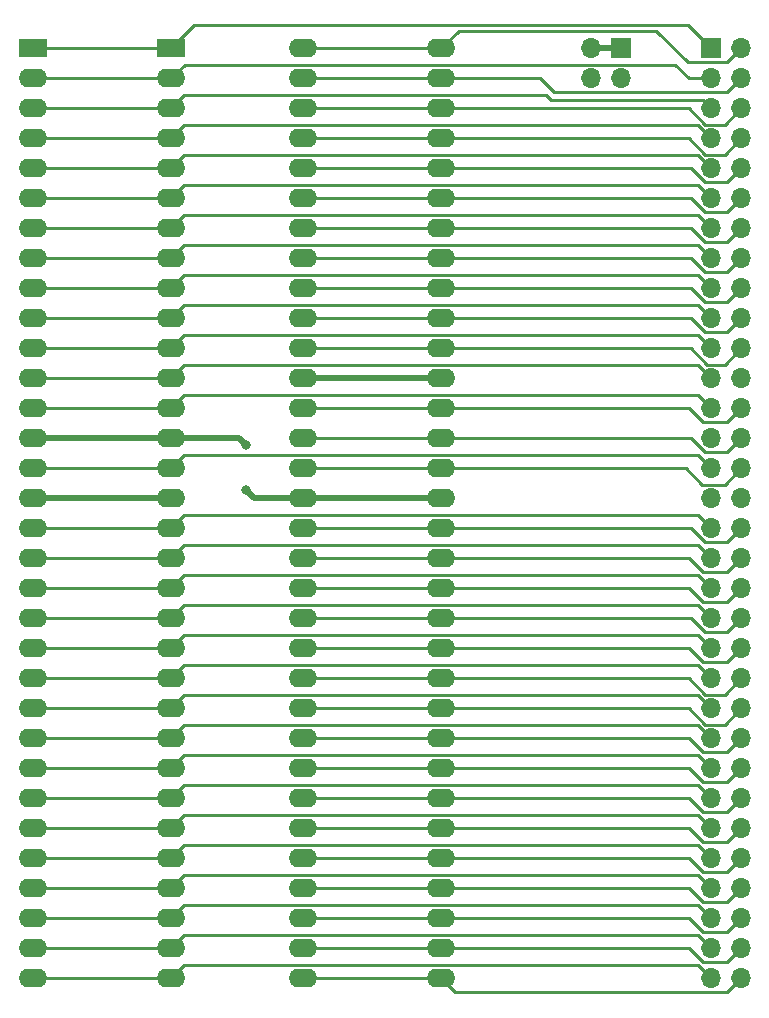
<source format=gbr>
%TF.GenerationSoftware,KiCad,Pcbnew,(5.1.10-1-10_14)*%
%TF.CreationDate,2022-07-08T21:32:07+01:00*%
%TF.ProjectId,68k_debug,36386b5f-6465-4627-9567-2e6b69636164,rev?*%
%TF.SameCoordinates,Original*%
%TF.FileFunction,Copper,L1,Top*%
%TF.FilePolarity,Positive*%
%FSLAX46Y46*%
G04 Gerber Fmt 4.6, Leading zero omitted, Abs format (unit mm)*
G04 Created by KiCad (PCBNEW (5.1.10-1-10_14)) date 2022-07-08 21:32:07*
%MOMM*%
%LPD*%
G01*
G04 APERTURE LIST*
%TA.AperFunction,ComponentPad*%
%ADD10O,1.700000X1.700000*%
%TD*%
%TA.AperFunction,ComponentPad*%
%ADD11R,1.700000X1.700000*%
%TD*%
%TA.AperFunction,ComponentPad*%
%ADD12O,2.400000X1.600000*%
%TD*%
%TA.AperFunction,ComponentPad*%
%ADD13R,2.400000X1.600000*%
%TD*%
%TA.AperFunction,ViaPad*%
%ADD14C,0.800000*%
%TD*%
%TA.AperFunction,Conductor*%
%ADD15C,0.250000*%
%TD*%
%TA.AperFunction,Conductor*%
%ADD16C,0.500000*%
%TD*%
G04 APERTURE END LIST*
D10*
%TO.P,J1,64*%
%TO.N,/A5*%
X139700000Y-137840000D03*
%TO.P,J1,63*%
%TO.N,/A4*%
X137160000Y-137840000D03*
%TO.P,J1,62*%
%TO.N,/A6*%
X139700000Y-135300000D03*
%TO.P,J1,61*%
%TO.N,/A3*%
X137160000Y-135300000D03*
%TO.P,J1,60*%
%TO.N,/A7*%
X139700000Y-132760000D03*
%TO.P,J1,59*%
%TO.N,/A2*%
X137160000Y-132760000D03*
%TO.P,J1,58*%
%TO.N,/A8*%
X139700000Y-130220000D03*
%TO.P,J1,57*%
%TO.N,/A1*%
X137160000Y-130220000D03*
%TO.P,J1,56*%
%TO.N,/A9*%
X139700000Y-127680000D03*
%TO.P,J1,55*%
%TO.N,/FC0*%
X137160000Y-127680000D03*
%TO.P,J1,54*%
%TO.N,/A10*%
X139700000Y-125140000D03*
%TO.P,J1,53*%
%TO.N,/FC1*%
X137160000Y-125140000D03*
%TO.P,J1,52*%
%TO.N,/A11*%
X139700000Y-122600000D03*
%TO.P,J1,51*%
%TO.N,/FC2*%
X137160000Y-122600000D03*
%TO.P,J1,50*%
%TO.N,/A12*%
X139700000Y-120060000D03*
%TO.P,J1,49*%
%TO.N,/IPL0*%
X137160000Y-120060000D03*
%TO.P,J1,48*%
%TO.N,/A13*%
X139700000Y-117520000D03*
%TO.P,J1,47*%
%TO.N,/IPL1*%
X137160000Y-117520000D03*
%TO.P,J1,46*%
%TO.N,/A14*%
X139700000Y-114980000D03*
%TO.P,J1,45*%
%TO.N,/IPL2*%
X137160000Y-114980000D03*
%TO.P,J1,44*%
%TO.N,/A15*%
X139700000Y-112440000D03*
%TO.P,J1,43*%
%TO.N,/BERR*%
X137160000Y-112440000D03*
%TO.P,J1,42*%
%TO.N,/A16*%
X139700000Y-109900000D03*
%TO.P,J1,41*%
%TO.N,/VPA*%
X137160000Y-109900000D03*
%TO.P,J1,40*%
%TO.N,/A17*%
X139700000Y-107360000D03*
%TO.P,J1,39*%
%TO.N,/E*%
X137160000Y-107360000D03*
%TO.P,J1,38*%
%TO.N,/A18*%
X139700000Y-104820000D03*
%TO.P,J1,37*%
%TO.N,/VMA*%
X137160000Y-104820000D03*
%TO.P,J1,36*%
%TO.N,/A19*%
X139700000Y-102280000D03*
%TO.P,J1,35*%
%TO.N,/RESET*%
X137160000Y-102280000D03*
%TO.P,J1,34*%
%TO.N,/A20*%
X139700000Y-99740000D03*
%TO.P,J1,33*%
%TO.N,/HALT*%
X137160000Y-99740000D03*
%TO.P,J1,32*%
%TO.N,Net-(J1-Pad32)*%
X139700000Y-97200000D03*
%TO.P,J1,31*%
%TO.N,Net-(J1-Pad31)*%
X137160000Y-97200000D03*
%TO.P,J1,30*%
%TO.N,/A21*%
X139700000Y-94660000D03*
%TO.P,J1,29*%
%TO.N,/CLK*%
X137160000Y-94660000D03*
%TO.P,J1,28*%
%TO.N,/A22*%
X139700000Y-92120000D03*
%TO.P,J1,27*%
%TO.N,Net-(J1-Pad27)*%
X137160000Y-92120000D03*
%TO.P,J1,26*%
%TO.N,/A23*%
X139700000Y-89580000D03*
%TO.P,J1,25*%
%TO.N,/BR*%
X137160000Y-89580000D03*
%TO.P,J1,24*%
%TO.N,Net-(J1-Pad24)*%
X139700000Y-87040000D03*
%TO.P,J1,23*%
%TO.N,/BGACK*%
X137160000Y-87040000D03*
%TO.P,J1,22*%
%TO.N,/D15*%
X139700000Y-84500000D03*
%TO.P,J1,21*%
%TO.N,/BG*%
X137160000Y-84500000D03*
%TO.P,J1,20*%
%TO.N,/D14*%
X139700000Y-81960000D03*
%TO.P,J1,19*%
%TO.N,/DTACK*%
X137160000Y-81960000D03*
%TO.P,J1,18*%
%TO.N,/D13*%
X139700000Y-79420000D03*
%TO.P,J1,17*%
%TO.N,/RW*%
X137160000Y-79420000D03*
%TO.P,J1,16*%
%TO.N,/D12*%
X139700000Y-76880000D03*
%TO.P,J1,15*%
%TO.N,/LDS*%
X137160000Y-76880000D03*
%TO.P,J1,14*%
%TO.N,/D11*%
X139700000Y-74340000D03*
%TO.P,J1,13*%
%TO.N,/UDS*%
X137160000Y-74340000D03*
%TO.P,J1,12*%
%TO.N,/D10*%
X139700000Y-71800000D03*
%TO.P,J1,11*%
%TO.N,/AS*%
X137160000Y-71800000D03*
%TO.P,J1,10*%
%TO.N,/D9*%
X139700000Y-69260000D03*
%TO.P,J1,9*%
%TO.N,/D0*%
X137160000Y-69260000D03*
%TO.P,J1,8*%
%TO.N,/D8*%
X139700000Y-66720000D03*
%TO.P,J1,7*%
%TO.N,/D1*%
X137160000Y-66720000D03*
%TO.P,J1,6*%
%TO.N,/D7*%
X139700000Y-64180000D03*
%TO.P,J1,5*%
%TO.N,/D2*%
X137160000Y-64180000D03*
%TO.P,J1,4*%
%TO.N,/D6*%
X139700000Y-61640000D03*
%TO.P,J1,3*%
%TO.N,/D3*%
X137160000Y-61640000D03*
%TO.P,J1,2*%
%TO.N,/D5*%
X139700000Y-59100000D03*
D11*
%TO.P,J1,1*%
%TO.N,/D4*%
X137160000Y-59100000D03*
%TD*%
D10*
%TO.P,J2,4*%
%TO.N,GND*%
X127000000Y-61640000D03*
%TO.P,J2,3*%
X129540000Y-61640000D03*
%TO.P,J2,2*%
%TO.N,+5V*%
X127000000Y-59100000D03*
D11*
%TO.P,J2,1*%
X129540000Y-59100000D03*
%TD*%
D12*
%TO.P,U2,64*%
%TO.N,/D5*%
X102560000Y-59100000D03*
%TO.P,U2,32*%
%TO.N,/A4*%
X79700000Y-137840000D03*
%TO.P,U2,63*%
%TO.N,/D6*%
X102560000Y-61640000D03*
%TO.P,U2,31*%
%TO.N,/A3*%
X79700000Y-135300000D03*
%TO.P,U2,62*%
%TO.N,/D7*%
X102560000Y-64180000D03*
%TO.P,U2,30*%
%TO.N,/A2*%
X79700000Y-132760000D03*
%TO.P,U2,61*%
%TO.N,/D8*%
X102560000Y-66720000D03*
%TO.P,U2,29*%
%TO.N,/A1*%
X79700000Y-130220000D03*
%TO.P,U2,60*%
%TO.N,/D9*%
X102560000Y-69260000D03*
%TO.P,U2,28*%
%TO.N,/FC0*%
X79700000Y-127680000D03*
%TO.P,U2,59*%
%TO.N,/D10*%
X102560000Y-71800000D03*
%TO.P,U2,27*%
%TO.N,/FC1*%
X79700000Y-125140000D03*
%TO.P,U2,58*%
%TO.N,/D11*%
X102560000Y-74340000D03*
%TO.P,U2,26*%
%TO.N,/FC2*%
X79700000Y-122600000D03*
%TO.P,U2,57*%
%TO.N,/D12*%
X102560000Y-76880000D03*
%TO.P,U2,25*%
%TO.N,/IPL0*%
X79700000Y-120060000D03*
%TO.P,U2,56*%
%TO.N,/D13*%
X102560000Y-79420000D03*
%TO.P,U2,24*%
%TO.N,/IPL1*%
X79700000Y-117520000D03*
%TO.P,U2,55*%
%TO.N,/D14*%
X102560000Y-81960000D03*
%TO.P,U2,23*%
%TO.N,/IPL2*%
X79700000Y-114980000D03*
%TO.P,U2,54*%
%TO.N,/D15*%
X102560000Y-84500000D03*
%TO.P,U2,22*%
%TO.N,/BERR*%
X79700000Y-112440000D03*
%TO.P,U2,53*%
%TO.N,GND*%
X102560000Y-87040000D03*
%TO.P,U2,21*%
%TO.N,/VPA*%
X79700000Y-109900000D03*
%TO.P,U2,52*%
%TO.N,/A23*%
X102560000Y-89580000D03*
%TO.P,U2,20*%
%TO.N,/E*%
X79700000Y-107360000D03*
%TO.P,U2,51*%
%TO.N,/A22*%
X102560000Y-92120000D03*
%TO.P,U2,19*%
%TO.N,/VMA*%
X79700000Y-104820000D03*
%TO.P,U2,50*%
%TO.N,/A21*%
X102560000Y-94660000D03*
%TO.P,U2,18*%
%TO.N,/RESET*%
X79700000Y-102280000D03*
%TO.P,U2,49*%
%TO.N,+5V*%
X102560000Y-97200000D03*
%TO.P,U2,17*%
%TO.N,/HALT*%
X79700000Y-99740000D03*
%TO.P,U2,48*%
%TO.N,/A20*%
X102560000Y-99740000D03*
%TO.P,U2,16*%
%TO.N,GND*%
X79700000Y-97200000D03*
%TO.P,U2,47*%
%TO.N,/A19*%
X102560000Y-102280000D03*
%TO.P,U2,15*%
%TO.N,/CLK*%
X79700000Y-94660000D03*
%TO.P,U2,46*%
%TO.N,/A18*%
X102560000Y-104820000D03*
%TO.P,U2,14*%
%TO.N,+5V*%
X79700000Y-92120000D03*
%TO.P,U2,45*%
%TO.N,/A17*%
X102560000Y-107360000D03*
%TO.P,U2,13*%
%TO.N,/BR*%
X79700000Y-89580000D03*
%TO.P,U2,44*%
%TO.N,/A16*%
X102560000Y-109900000D03*
%TO.P,U2,12*%
%TO.N,/BGACK*%
X79700000Y-87040000D03*
%TO.P,U2,43*%
%TO.N,/A15*%
X102560000Y-112440000D03*
%TO.P,U2,11*%
%TO.N,/BG*%
X79700000Y-84500000D03*
%TO.P,U2,42*%
%TO.N,/A14*%
X102560000Y-114980000D03*
%TO.P,U2,10*%
%TO.N,/DTACK*%
X79700000Y-81960000D03*
%TO.P,U2,41*%
%TO.N,/A13*%
X102560000Y-117520000D03*
%TO.P,U2,9*%
%TO.N,/RW*%
X79700000Y-79420000D03*
%TO.P,U2,40*%
%TO.N,/A12*%
X102560000Y-120060000D03*
%TO.P,U2,8*%
%TO.N,/LDS*%
X79700000Y-76880000D03*
%TO.P,U2,39*%
%TO.N,/A11*%
X102560000Y-122600000D03*
%TO.P,U2,7*%
%TO.N,/UDS*%
X79700000Y-74340000D03*
%TO.P,U2,38*%
%TO.N,/A10*%
X102560000Y-125140000D03*
%TO.P,U2,6*%
%TO.N,/AS*%
X79700000Y-71800000D03*
%TO.P,U2,37*%
%TO.N,/A9*%
X102560000Y-127680000D03*
%TO.P,U2,5*%
%TO.N,/D0*%
X79700000Y-69260000D03*
%TO.P,U2,36*%
%TO.N,/A8*%
X102560000Y-130220000D03*
%TO.P,U2,4*%
%TO.N,/D1*%
X79700000Y-66720000D03*
%TO.P,U2,35*%
%TO.N,/A7*%
X102560000Y-132760000D03*
%TO.P,U2,3*%
%TO.N,/D2*%
X79700000Y-64180000D03*
%TO.P,U2,34*%
%TO.N,/A6*%
X102560000Y-135300000D03*
%TO.P,U2,2*%
%TO.N,/D3*%
X79700000Y-61640000D03*
%TO.P,U2,33*%
%TO.N,/A5*%
X102560000Y-137840000D03*
D13*
%TO.P,U2,1*%
%TO.N,/D4*%
X79700000Y-59100000D03*
%TD*%
D12*
%TO.P,U1,64*%
%TO.N,/D5*%
X114300000Y-59100000D03*
%TO.P,U1,32*%
%TO.N,/A4*%
X91440000Y-137840000D03*
%TO.P,U1,63*%
%TO.N,/D6*%
X114300000Y-61640000D03*
%TO.P,U1,31*%
%TO.N,/A3*%
X91440000Y-135300000D03*
%TO.P,U1,62*%
%TO.N,/D7*%
X114300000Y-64180000D03*
%TO.P,U1,30*%
%TO.N,/A2*%
X91440000Y-132760000D03*
%TO.P,U1,61*%
%TO.N,/D8*%
X114300000Y-66720000D03*
%TO.P,U1,29*%
%TO.N,/A1*%
X91440000Y-130220000D03*
%TO.P,U1,60*%
%TO.N,/D9*%
X114300000Y-69260000D03*
%TO.P,U1,28*%
%TO.N,/FC0*%
X91440000Y-127680000D03*
%TO.P,U1,59*%
%TO.N,/D10*%
X114300000Y-71800000D03*
%TO.P,U1,27*%
%TO.N,/FC1*%
X91440000Y-125140000D03*
%TO.P,U1,58*%
%TO.N,/D11*%
X114300000Y-74340000D03*
%TO.P,U1,26*%
%TO.N,/FC2*%
X91440000Y-122600000D03*
%TO.P,U1,57*%
%TO.N,/D12*%
X114300000Y-76880000D03*
%TO.P,U1,25*%
%TO.N,/IPL0*%
X91440000Y-120060000D03*
%TO.P,U1,56*%
%TO.N,/D13*%
X114300000Y-79420000D03*
%TO.P,U1,24*%
%TO.N,/IPL1*%
X91440000Y-117520000D03*
%TO.P,U1,55*%
%TO.N,/D14*%
X114300000Y-81960000D03*
%TO.P,U1,23*%
%TO.N,/IPL2*%
X91440000Y-114980000D03*
%TO.P,U1,54*%
%TO.N,/D15*%
X114300000Y-84500000D03*
%TO.P,U1,22*%
%TO.N,/BERR*%
X91440000Y-112440000D03*
%TO.P,U1,53*%
%TO.N,GND*%
X114300000Y-87040000D03*
%TO.P,U1,21*%
%TO.N,/VPA*%
X91440000Y-109900000D03*
%TO.P,U1,52*%
%TO.N,/A23*%
X114300000Y-89580000D03*
%TO.P,U1,20*%
%TO.N,/E*%
X91440000Y-107360000D03*
%TO.P,U1,51*%
%TO.N,/A22*%
X114300000Y-92120000D03*
%TO.P,U1,19*%
%TO.N,/VMA*%
X91440000Y-104820000D03*
%TO.P,U1,50*%
%TO.N,/A21*%
X114300000Y-94660000D03*
%TO.P,U1,18*%
%TO.N,/RESET*%
X91440000Y-102280000D03*
%TO.P,U1,49*%
%TO.N,+5V*%
X114300000Y-97200000D03*
%TO.P,U1,17*%
%TO.N,/HALT*%
X91440000Y-99740000D03*
%TO.P,U1,48*%
%TO.N,/A20*%
X114300000Y-99740000D03*
%TO.P,U1,16*%
%TO.N,GND*%
X91440000Y-97200000D03*
%TO.P,U1,47*%
%TO.N,/A19*%
X114300000Y-102280000D03*
%TO.P,U1,15*%
%TO.N,/CLK*%
X91440000Y-94660000D03*
%TO.P,U1,46*%
%TO.N,/A18*%
X114300000Y-104820000D03*
%TO.P,U1,14*%
%TO.N,+5V*%
X91440000Y-92120000D03*
%TO.P,U1,45*%
%TO.N,/A17*%
X114300000Y-107360000D03*
%TO.P,U1,13*%
%TO.N,/BR*%
X91440000Y-89580000D03*
%TO.P,U1,44*%
%TO.N,/A16*%
X114300000Y-109900000D03*
%TO.P,U1,12*%
%TO.N,/BGACK*%
X91440000Y-87040000D03*
%TO.P,U1,43*%
%TO.N,/A15*%
X114300000Y-112440000D03*
%TO.P,U1,11*%
%TO.N,/BG*%
X91440000Y-84500000D03*
%TO.P,U1,42*%
%TO.N,/A14*%
X114300000Y-114980000D03*
%TO.P,U1,10*%
%TO.N,/DTACK*%
X91440000Y-81960000D03*
%TO.P,U1,41*%
%TO.N,/A13*%
X114300000Y-117520000D03*
%TO.P,U1,9*%
%TO.N,/RW*%
X91440000Y-79420000D03*
%TO.P,U1,40*%
%TO.N,/A12*%
X114300000Y-120060000D03*
%TO.P,U1,8*%
%TO.N,/LDS*%
X91440000Y-76880000D03*
%TO.P,U1,39*%
%TO.N,/A11*%
X114300000Y-122600000D03*
%TO.P,U1,7*%
%TO.N,/UDS*%
X91440000Y-74340000D03*
%TO.P,U1,38*%
%TO.N,/A10*%
X114300000Y-125140000D03*
%TO.P,U1,6*%
%TO.N,/AS*%
X91440000Y-71800000D03*
%TO.P,U1,37*%
%TO.N,/A9*%
X114300000Y-127680000D03*
%TO.P,U1,5*%
%TO.N,/D0*%
X91440000Y-69260000D03*
%TO.P,U1,36*%
%TO.N,/A8*%
X114300000Y-130220000D03*
%TO.P,U1,4*%
%TO.N,/D1*%
X91440000Y-66720000D03*
%TO.P,U1,35*%
%TO.N,/A7*%
X114300000Y-132760000D03*
%TO.P,U1,3*%
%TO.N,/D2*%
X91440000Y-64180000D03*
%TO.P,U1,34*%
%TO.N,/A6*%
X114300000Y-135300000D03*
%TO.P,U1,2*%
%TO.N,/D3*%
X91440000Y-61640000D03*
%TO.P,U1,33*%
%TO.N,/A5*%
X114300000Y-137840000D03*
D13*
%TO.P,U1,1*%
%TO.N,/D4*%
X91440000Y-59100000D03*
%TD*%
D14*
%TO.N,+5V*%
X97790000Y-92710000D03*
X97790000Y-96520000D03*
%TD*%
D15*
%TO.N,/D5*%
X102560000Y-59100000D02*
X114300000Y-59100000D01*
X138524999Y-60275001D02*
X139700000Y-59100000D01*
X135205001Y-60275001D02*
X138524999Y-60275001D01*
X132530010Y-57600010D02*
X135205001Y-60275001D01*
X114300000Y-59100000D02*
X115799990Y-57600010D01*
X115799990Y-57600010D02*
X132530010Y-57600010D01*
%TO.N,/D6*%
X114300000Y-61640000D02*
X102560000Y-61640000D01*
X123874999Y-62815001D02*
X122699998Y-61640000D01*
X139700000Y-61640000D02*
X138524999Y-62815001D01*
X122699998Y-61640000D02*
X114300000Y-61640000D01*
X138524999Y-62815001D02*
X123874999Y-62815001D01*
%TO.N,/D7*%
X102560000Y-64180000D02*
X114300000Y-64180000D01*
X138335001Y-65544999D02*
X139700000Y-64180000D01*
X136664999Y-65544999D02*
X138335001Y-65544999D01*
X135300000Y-64180000D02*
X136664999Y-65544999D01*
X114300000Y-64180000D02*
X135300000Y-64180000D01*
%TO.N,/D8*%
X114300000Y-66720000D02*
X102560000Y-66720000D01*
X138335001Y-68084999D02*
X139700000Y-66720000D01*
X136664999Y-68084999D02*
X138335001Y-68084999D01*
X135300000Y-66720000D02*
X136664999Y-68084999D01*
X114300000Y-66720000D02*
X135300000Y-66720000D01*
%TO.N,/D9*%
X114300000Y-69260000D02*
X102560000Y-69260000D01*
X138524999Y-70435001D02*
X139700000Y-69260000D01*
X136595999Y-70435001D02*
X138524999Y-70435001D01*
X135420998Y-69260000D02*
X136595999Y-70435001D01*
X114300000Y-69260000D02*
X135420998Y-69260000D01*
%TO.N,/D10*%
X102560000Y-71800000D02*
X114300000Y-71800000D01*
X136595999Y-72975001D02*
X138524999Y-72975001D01*
X138524999Y-72975001D02*
X139700000Y-71800000D01*
X135420998Y-71800000D02*
X136595999Y-72975001D01*
X114300000Y-71800000D02*
X135420998Y-71800000D01*
%TO.N,/D11*%
X114300000Y-74340000D02*
X102560000Y-74340000D01*
X136595999Y-75515001D02*
X138524999Y-75515001D01*
X138524999Y-75515001D02*
X139700000Y-74340000D01*
X135420998Y-74340000D02*
X136595999Y-75515001D01*
X114300000Y-74340000D02*
X135420998Y-74340000D01*
%TO.N,/D12*%
X102560000Y-76880000D02*
X114300000Y-76880000D01*
X138524999Y-78055001D02*
X139700000Y-76880000D01*
X136595999Y-78055001D02*
X138524999Y-78055001D01*
X135420998Y-76880000D02*
X136595999Y-78055001D01*
X114300000Y-76880000D02*
X135420998Y-76880000D01*
%TO.N,/D13*%
X114300000Y-79420000D02*
X102560000Y-79420000D01*
X138524999Y-80595001D02*
X139700000Y-79420000D01*
X136595999Y-80595001D02*
X138524999Y-80595001D01*
X135420998Y-79420000D02*
X136595999Y-80595001D01*
X114300000Y-79420000D02*
X135420998Y-79420000D01*
%TO.N,/D14*%
X102560000Y-81960000D02*
X114300000Y-81960000D01*
X138524999Y-83135001D02*
X139700000Y-81960000D01*
X136595999Y-83135001D02*
X138524999Y-83135001D01*
X135420998Y-81960000D02*
X136595999Y-83135001D01*
X114300000Y-81960000D02*
X135420998Y-81960000D01*
%TO.N,/D15*%
X114300000Y-84500000D02*
X102560000Y-84500000D01*
X138335001Y-85864999D02*
X139700000Y-84500000D01*
X135420998Y-84500000D02*
X136785997Y-85864999D01*
X136785997Y-85864999D02*
X138335001Y-85864999D01*
X114300000Y-84500000D02*
X135420998Y-84500000D01*
%TO.N,/A23*%
X102560000Y-89580000D02*
X114300000Y-89580000D01*
X138524999Y-90755001D02*
X139700000Y-89580000D01*
X135300000Y-89580000D02*
X136475001Y-90755001D01*
X114300000Y-89580000D02*
X135300000Y-89580000D01*
X136475001Y-90755001D02*
X138524999Y-90755001D01*
%TO.N,/A22*%
X114300000Y-92120000D02*
X102560000Y-92120000D01*
X138524999Y-93295001D02*
X139700000Y-92120000D01*
X135420998Y-92120000D02*
X136595999Y-93295001D01*
X136595999Y-93295001D02*
X138524999Y-93295001D01*
X114300000Y-92120000D02*
X135420998Y-92120000D01*
%TO.N,/A21*%
X102560000Y-94660000D02*
X114300000Y-94660000D01*
X138335001Y-96024999D02*
X139700000Y-94660000D01*
X135020002Y-94660000D02*
X136385001Y-96024999D01*
X114300000Y-94660000D02*
X135020002Y-94660000D01*
X136385001Y-96024999D02*
X138335001Y-96024999D01*
%TO.N,/A20*%
X114300000Y-99740000D02*
X102560000Y-99740000D01*
X136595999Y-100915001D02*
X138524999Y-100915001D01*
X138524999Y-100915001D02*
X139700000Y-99740000D01*
X135420998Y-99740000D02*
X136595999Y-100915001D01*
X114300000Y-99740000D02*
X135420998Y-99740000D01*
%TO.N,/A19*%
X102560000Y-102280000D02*
X113620000Y-102280000D01*
X113620000Y-102280000D02*
X114300000Y-102280000D01*
X138524999Y-103455001D02*
X139700000Y-102280000D01*
X136431411Y-103455001D02*
X138524999Y-103455001D01*
X135256410Y-102280000D02*
X136431411Y-103455001D01*
X114300000Y-102280000D02*
X135256410Y-102280000D01*
%TO.N,/A18*%
X114300000Y-104820000D02*
X102560000Y-104820000D01*
X138524999Y-105995001D02*
X139700000Y-104820000D01*
X136431411Y-105995001D02*
X138524999Y-105995001D01*
X135256410Y-104820000D02*
X136431411Y-105995001D01*
X114300000Y-104820000D02*
X135256410Y-104820000D01*
%TO.N,/A17*%
X102560000Y-107360000D02*
X114300000Y-107360000D01*
X135420998Y-107360000D02*
X114300000Y-107360000D01*
X136595999Y-108535001D02*
X135420998Y-107360000D01*
X138524999Y-108535001D02*
X136595999Y-108535001D01*
X139700000Y-107360000D02*
X138524999Y-108535001D01*
%TO.N,/A16*%
X114300000Y-109900000D02*
X102560000Y-109900000D01*
X138524999Y-111075001D02*
X139700000Y-109900000D01*
X136431411Y-111075001D02*
X138524999Y-111075001D01*
X135256410Y-109900000D02*
X136431411Y-111075001D01*
X114300000Y-109900000D02*
X135256410Y-109900000D01*
%TO.N,/A15*%
X102560000Y-112440000D02*
X114300000Y-112440000D01*
X138335001Y-113804999D02*
X139700000Y-112440000D01*
X136621409Y-113804999D02*
X138335001Y-113804999D01*
X135256410Y-112440000D02*
X136621409Y-113804999D01*
X114300000Y-112440000D02*
X135256410Y-112440000D01*
%TO.N,/A14*%
X114300000Y-114980000D02*
X102560000Y-114980000D01*
X138335001Y-116344999D02*
X139700000Y-114980000D01*
X136621409Y-116344999D02*
X138335001Y-116344999D01*
X135256410Y-114980000D02*
X136621409Y-116344999D01*
X114300000Y-114980000D02*
X135256410Y-114980000D01*
%TO.N,/A13*%
X102560000Y-117520000D02*
X114300000Y-117520000D01*
X138524999Y-118695001D02*
X139700000Y-117520000D01*
X135300000Y-117520000D02*
X136475001Y-118695001D01*
X136475001Y-118695001D02*
X138524999Y-118695001D01*
X114300000Y-117520000D02*
X135300000Y-117520000D01*
%TO.N,/A12*%
X114300000Y-120060000D02*
X102560000Y-120060000D01*
X138524999Y-121235001D02*
X139700000Y-120060000D01*
X135256410Y-120060000D02*
X136431411Y-121235001D01*
X136431411Y-121235001D02*
X138524999Y-121235001D01*
X114300000Y-120060000D02*
X135256410Y-120060000D01*
%TO.N,/A11*%
X102560000Y-122600000D02*
X114300000Y-122600000D01*
X136431411Y-123775001D02*
X138524999Y-123775001D01*
X135256410Y-122600000D02*
X136431411Y-123775001D01*
X138524999Y-123775001D02*
X139700000Y-122600000D01*
X114300000Y-122600000D02*
X135256410Y-122600000D01*
%TO.N,/A10*%
X114300000Y-125140000D02*
X102560000Y-125140000D01*
X138524999Y-126315001D02*
X139700000Y-125140000D01*
X135300000Y-125140000D02*
X136475001Y-126315001D01*
X136475001Y-126315001D02*
X138524999Y-126315001D01*
X114300000Y-125140000D02*
X135300000Y-125140000D01*
%TO.N,/A9*%
X102560000Y-127680000D02*
X114300000Y-127680000D01*
X138524999Y-128855001D02*
X139700000Y-127680000D01*
X136475001Y-128855001D02*
X138524999Y-128855001D01*
X135300000Y-127680000D02*
X136475001Y-128855001D01*
X114300000Y-127680000D02*
X135300000Y-127680000D01*
%TO.N,/A8*%
X114300000Y-130220000D02*
X102560000Y-130220000D01*
X138524999Y-131395001D02*
X139700000Y-130220000D01*
X136475001Y-131395001D02*
X138524999Y-131395001D01*
X135300000Y-130220000D02*
X136475001Y-131395001D01*
X114300000Y-130220000D02*
X135300000Y-130220000D01*
%TO.N,/A7*%
X102560000Y-132760000D02*
X114300000Y-132760000D01*
X138524999Y-133935001D02*
X139700000Y-132760000D01*
X136475001Y-133935001D02*
X138524999Y-133935001D01*
X135300000Y-132760000D02*
X136475001Y-133935001D01*
X114300000Y-132760000D02*
X135300000Y-132760000D01*
%TO.N,/A6*%
X114300000Y-135300000D02*
X102280000Y-135300000D01*
X138524999Y-136475001D02*
X139700000Y-135300000D01*
X135300000Y-135300000D02*
X136475001Y-136475001D01*
X136475001Y-136475001D02*
X138524999Y-136475001D01*
X114300000Y-135300000D02*
X135300000Y-135300000D01*
%TO.N,/A5*%
X102560000Y-137840000D02*
X114300000Y-137840000D01*
X138524999Y-139015001D02*
X139700000Y-137840000D01*
X115475001Y-139015001D02*
X138524999Y-139015001D01*
X114300000Y-137840000D02*
X115475001Y-139015001D01*
%TO.N,/A4*%
X79700000Y-137840000D02*
X91440000Y-137840000D01*
X136034990Y-136714990D02*
X137160000Y-137840000D01*
X92565010Y-136714990D02*
X136034990Y-136714990D01*
X91440000Y-137840000D02*
X92565010Y-136714990D01*
%TO.N,/A3*%
X91440000Y-135300000D02*
X79700000Y-135300000D01*
X136034990Y-134174990D02*
X137160000Y-135300000D01*
X92565010Y-134174990D02*
X136034990Y-134174990D01*
X91440000Y-135300000D02*
X92565010Y-134174990D01*
%TO.N,/A2*%
X79700000Y-132760000D02*
X91440000Y-132760000D01*
X136034990Y-131634990D02*
X137160000Y-132760000D01*
X92565010Y-131634990D02*
X136034990Y-131634990D01*
X91440000Y-132760000D02*
X92565010Y-131634990D01*
%TO.N,/A1*%
X91440000Y-130220000D02*
X79700000Y-130220000D01*
X136034990Y-129094990D02*
X137160000Y-130220000D01*
X92565010Y-129094990D02*
X136034990Y-129094990D01*
X91440000Y-130220000D02*
X92565010Y-129094990D01*
%TO.N,/FC0*%
X79700000Y-127680000D02*
X91440000Y-127680000D01*
X136034990Y-126554990D02*
X137160000Y-127680000D01*
X92565010Y-126554990D02*
X136034990Y-126554990D01*
X91440000Y-127680000D02*
X92565010Y-126554990D01*
%TO.N,/FC1*%
X91440000Y-125140000D02*
X79700000Y-125140000D01*
X136034990Y-124014990D02*
X137160000Y-125140000D01*
X92565010Y-124014990D02*
X136034990Y-124014990D01*
X91440000Y-125140000D02*
X92565010Y-124014990D01*
%TO.N,/FC2*%
X79700000Y-122600000D02*
X91440000Y-122600000D01*
X136034990Y-121474990D02*
X137160000Y-122600000D01*
X92565010Y-121474990D02*
X136034990Y-121474990D01*
X91440000Y-122600000D02*
X92565010Y-121474990D01*
%TO.N,/IPL0*%
X91440000Y-120060000D02*
X79700000Y-120060000D01*
X136034990Y-118934990D02*
X137160000Y-120060000D01*
X92565010Y-118934990D02*
X136034990Y-118934990D01*
X91440000Y-120060000D02*
X92565010Y-118934990D01*
%TO.N,/IPL1*%
X79700000Y-117520000D02*
X91440000Y-117520000D01*
X136034990Y-116394990D02*
X137160000Y-117520000D01*
X92565010Y-116394990D02*
X136034990Y-116394990D01*
X91440000Y-117520000D02*
X92565010Y-116394990D01*
%TO.N,/IPL2*%
X91440000Y-114980000D02*
X79700000Y-114980000D01*
X136034990Y-113854990D02*
X137160000Y-114980000D01*
X92565010Y-113854990D02*
X136034990Y-113854990D01*
X91440000Y-114980000D02*
X92565010Y-113854990D01*
%TO.N,/BERR*%
X79700000Y-112440000D02*
X91440000Y-112440000D01*
X136034990Y-111314990D02*
X137160000Y-112440000D01*
X92565010Y-111314990D02*
X136034990Y-111314990D01*
X91440000Y-112440000D02*
X92565010Y-111314990D01*
%TO.N,/VPA*%
X91440000Y-109900000D02*
X79700000Y-109900000D01*
X136034990Y-108774990D02*
X137160000Y-109900000D01*
X92565010Y-108774990D02*
X136034990Y-108774990D01*
X91440000Y-109900000D02*
X92565010Y-108774990D01*
%TO.N,/E*%
X79700000Y-107360000D02*
X91440000Y-107360000D01*
X136034990Y-106234990D02*
X137160000Y-107360000D01*
X92565010Y-106234990D02*
X136034990Y-106234990D01*
X91440000Y-107360000D02*
X92565010Y-106234990D01*
%TO.N,/VMA*%
X91440000Y-104820000D02*
X79700000Y-104820000D01*
X136034990Y-103694990D02*
X137160000Y-104820000D01*
X92565010Y-103694990D02*
X136034990Y-103694990D01*
X91440000Y-104820000D02*
X92565010Y-103694990D01*
%TO.N,/RESET*%
X79700000Y-102280000D02*
X91440000Y-102280000D01*
X136034990Y-101154990D02*
X137160000Y-102280000D01*
X92565010Y-101154990D02*
X136034990Y-101154990D01*
X91440000Y-102280000D02*
X92565010Y-101154990D01*
%TO.N,/HALT*%
X79700000Y-99740000D02*
X91440000Y-99740000D01*
X136034990Y-98614990D02*
X137160000Y-99740000D01*
X92565010Y-98614990D02*
X136034990Y-98614990D01*
X91440000Y-99740000D02*
X92565010Y-98614990D01*
%TO.N,/CLK*%
X79700000Y-94660000D02*
X91440000Y-94660000D01*
X136034990Y-93534990D02*
X137160000Y-94660000D01*
X92565010Y-93534990D02*
X136034990Y-93534990D01*
X91440000Y-94660000D02*
X92565010Y-93534990D01*
%TO.N,/BR*%
X79700000Y-89580000D02*
X91440000Y-89580000D01*
X136034990Y-88454990D02*
X137160000Y-89580000D01*
X92565010Y-88454990D02*
X136034990Y-88454990D01*
X91440000Y-89580000D02*
X92565010Y-88454990D01*
%TO.N,/BGACK*%
X91440000Y-87040000D02*
X79700000Y-87040000D01*
X136034990Y-85914990D02*
X137160000Y-87040000D01*
X92565010Y-85914990D02*
X136034990Y-85914990D01*
X91440000Y-87040000D02*
X92565010Y-85914990D01*
%TO.N,/BG*%
X79700000Y-84500000D02*
X91440000Y-84500000D01*
X136034990Y-83374990D02*
X137160000Y-84500000D01*
X92565010Y-83374990D02*
X136034990Y-83374990D01*
X91440000Y-84500000D02*
X92565010Y-83374990D01*
%TO.N,/DTACK*%
X91440000Y-81960000D02*
X79700000Y-81960000D01*
X136034990Y-80834990D02*
X137160000Y-81960000D01*
X92565010Y-80834990D02*
X136034990Y-80834990D01*
X91440000Y-81960000D02*
X92565010Y-80834990D01*
%TO.N,/RW*%
X79700000Y-79420000D02*
X91440000Y-79420000D01*
X136034990Y-78294990D02*
X137160000Y-79420000D01*
X92565010Y-78294990D02*
X136034990Y-78294990D01*
X91440000Y-79420000D02*
X92565010Y-78294990D01*
%TO.N,/LDS*%
X91440000Y-76880000D02*
X79700000Y-76880000D01*
X91440000Y-76880000D02*
X92565010Y-75754990D01*
X92565010Y-75754990D02*
X134174990Y-75754990D01*
X136034990Y-75754990D02*
X137160000Y-76880000D01*
X134174990Y-75754990D02*
X136034990Y-75754990D01*
%TO.N,/UDS*%
X79700000Y-74340000D02*
X91440000Y-74340000D01*
X136034990Y-73214990D02*
X137160000Y-74340000D01*
X92565010Y-73214990D02*
X136034990Y-73214990D01*
X91440000Y-74340000D02*
X92565010Y-73214990D01*
%TO.N,/AS*%
X91440000Y-71800000D02*
X79700000Y-71800000D01*
X136034990Y-70674990D02*
X137160000Y-71800000D01*
X92565010Y-70674990D02*
X136034990Y-70674990D01*
X91440000Y-71800000D02*
X92565010Y-70674990D01*
%TO.N,/D0*%
X79700000Y-69260000D02*
X91440000Y-69260000D01*
X136034990Y-68134990D02*
X137160000Y-69260000D01*
X92565010Y-68134990D02*
X136034990Y-68134990D01*
X91440000Y-69260000D02*
X92565010Y-68134990D01*
%TO.N,/D1*%
X91440000Y-66720000D02*
X79700000Y-66720000D01*
X92565010Y-65594990D02*
X136034990Y-65594990D01*
X136034990Y-65594990D02*
X137160000Y-66720000D01*
X91440000Y-66720000D02*
X92565010Y-65594990D01*
%TO.N,/D2*%
X79700000Y-64180000D02*
X91440000Y-64180000D01*
X136480000Y-63500000D02*
X137160000Y-64180000D01*
X123190000Y-63054990D02*
X123635010Y-63500000D01*
X91440000Y-64180000D02*
X92565010Y-63054990D01*
X123635010Y-63500000D02*
X136480000Y-63500000D01*
X92565010Y-63054990D02*
X123190000Y-63054990D01*
%TO.N,/D3*%
X91440000Y-61640000D02*
X79700000Y-61640000D01*
X135300000Y-61640000D02*
X137160000Y-61640000D01*
X134124999Y-60464999D02*
X135300000Y-61640000D01*
X91440000Y-61640000D02*
X92615001Y-60464999D01*
X92615001Y-60464999D02*
X134124999Y-60464999D01*
%TO.N,/D4*%
X79700000Y-59100000D02*
X91440000Y-59100000D01*
X135210000Y-57150000D02*
X137160000Y-59100000D01*
X91440000Y-59100000D02*
X93390000Y-57150000D01*
X93390000Y-57150000D02*
X135210000Y-57150000D01*
D16*
%TO.N,+5V*%
X102560000Y-97200000D02*
X114300000Y-97200000D01*
X79700000Y-92120000D02*
X91440000Y-92120000D01*
X97200000Y-92120000D02*
X97790000Y-92710000D01*
X91440000Y-92120000D02*
X97200000Y-92120000D01*
X127000000Y-59100000D02*
X129540000Y-59100000D01*
X98470000Y-97200000D02*
X102560000Y-97200000D01*
X97790000Y-96520000D02*
X98470000Y-97200000D01*
%TO.N,GND*%
X102560000Y-87040000D02*
X114300000Y-87040000D01*
X91440000Y-97200000D02*
X79700000Y-97200000D01*
%TD*%
M02*

</source>
